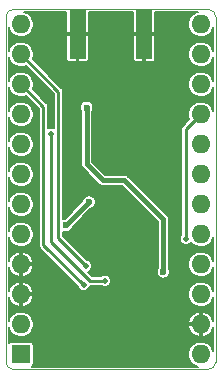
<source format=gbr>
%TF.GenerationSoftware,KiCad,Pcbnew,5.1.5-52549c5~84~ubuntu19.04.1*%
%TF.CreationDate,2020-02-22T14:57:01+00:00*%
%TF.ProjectId,ProMicro_SX1276,50726f4d-6963-4726-9f5f-535831323736,v1.0*%
%TF.SameCoordinates,Original*%
%TF.FileFunction,Copper,L2,Bot*%
%TF.FilePolarity,Positive*%
%FSLAX45Y45*%
G04 Gerber Fmt 4.5, Leading zero omitted, Abs format (unit mm)*
G04 Created by KiCad (PCBNEW 5.1.5-52549c5~84~ubuntu19.04.1) date 2020-02-22 14:57:01*
%MOMM*%
%LPD*%
G04 APERTURE LIST*
%ADD10C,0.100000*%
%ADD11R,1.350000X4.200000*%
%ADD12O,1.600000X1.600000*%
%ADD13R,1.600000X1.600000*%
%ADD14C,0.600000*%
%ADD15C,0.500000*%
%ADD16C,0.450000*%
%ADD17C,0.400000*%
%ADD18C,0.250000*%
%ADD19C,0.150000*%
G04 APERTURE END LIST*
D10*
X18923000Y-8826500D02*
G75*
G02X18986500Y-8763000I63500J0D01*
G01*
X20637500Y-8763000D02*
G75*
G02X20701000Y-8826500I0J-63500D01*
G01*
X18986500Y-8763000D02*
X20637500Y-8763000D01*
X20701000Y-11747500D02*
G75*
G02X20637500Y-11811000I-63500J0D01*
G01*
X18986500Y-11811000D02*
G75*
G02X18923000Y-11747500I0J63500D01*
G01*
X18923000Y-11747500D02*
X18923000Y-8826500D01*
X20637500Y-11811000D02*
X18986500Y-11811000D01*
X20701000Y-8826500D02*
X20701000Y-11747500D01*
D11*
X19529500Y-8973500D03*
X20094500Y-8973500D03*
D12*
X20574000Y-11684000D03*
X20574000Y-11430000D03*
X20574000Y-11176000D03*
X19050000Y-8890000D03*
X20574000Y-10922000D03*
X19050000Y-9144000D03*
X20574000Y-10668000D03*
X19050000Y-9398000D03*
X20574000Y-10414000D03*
X19050000Y-9652000D03*
X20574000Y-10160000D03*
X19050000Y-9906000D03*
X20574000Y-9906000D03*
X19050000Y-10160000D03*
X20574000Y-9652000D03*
X19050000Y-10414000D03*
X20574000Y-9398000D03*
X19050000Y-10668000D03*
X20574000Y-9144000D03*
X19050000Y-10922000D03*
X20574000Y-8890000D03*
X19050000Y-11176000D03*
X19050000Y-11430000D03*
D13*
X19050000Y-11684000D03*
D14*
X20383500Y-11303000D03*
X19240500Y-11430000D03*
X20447000Y-11557000D03*
X20320000Y-11684000D03*
X20193000Y-11430000D03*
X20002500Y-11430000D03*
X19812000Y-11430000D03*
X19621500Y-11430000D03*
X19304000Y-11684000D03*
X20510500Y-10795000D03*
X19812000Y-9690100D03*
D15*
X19939000Y-9855200D03*
D14*
X19939000Y-9690100D03*
X20281900Y-9575800D03*
X20281900Y-9461500D03*
X20281900Y-9334500D03*
X20383500Y-10864850D03*
D16*
X19875500Y-10287000D03*
X20103622Y-10284938D03*
D15*
X19431000Y-10363200D03*
D14*
X19697700Y-9690100D03*
X19685000Y-9207500D03*
X19939000Y-9207500D03*
X20281900Y-9207500D03*
X20281900Y-9067800D03*
X19151600Y-11303000D03*
X19304000Y-9017000D03*
X19177000Y-10287000D03*
X19177000Y-10033000D03*
X19494500Y-9525000D03*
X19304000Y-9271000D03*
X19431000Y-10160000D03*
X19716750Y-9461500D03*
D16*
X19776440Y-10287000D03*
D14*
X19621500Y-11303000D03*
X19812000Y-11303000D03*
X20002500Y-11303000D03*
X19812000Y-10541000D03*
X19812000Y-10795000D03*
X20066000Y-10795000D03*
X20066000Y-10541000D03*
X19177000Y-10541000D03*
X19431000Y-11430000D03*
X20243800Y-9791700D03*
X19558000Y-10160000D03*
X19240500Y-9461500D03*
X19177000Y-9779000D03*
X20294600Y-11277600D03*
X20180300Y-11277600D03*
D16*
X20002500Y-10287000D03*
D14*
X20256500Y-10985500D03*
X19606260Y-9594850D03*
X19431000Y-10591800D03*
X19627850Y-10394950D03*
D16*
X19743180Y-10208500D03*
D15*
X20447000Y-10706100D03*
X19602450Y-10934700D03*
X19580841Y-11097241D03*
X19761200Y-11061700D03*
X19304000Y-9817100D03*
D17*
X20002500Y-10287000D02*
X20193000Y-10477500D01*
X20256500Y-10541000D02*
X20193000Y-10477500D01*
X20256500Y-10985500D02*
X20256500Y-10541000D01*
X19431000Y-10591800D02*
X19627850Y-10394950D01*
X19743180Y-10208500D02*
X19924000Y-10208500D01*
X19924000Y-10208500D02*
X19942810Y-10227310D01*
X20002500Y-10287000D02*
X19942810Y-10227310D01*
X19606260Y-10071580D02*
X19606260Y-9594850D01*
X19743180Y-10208500D02*
X19606260Y-10071580D01*
D18*
X20447000Y-9779000D02*
X20447000Y-10706100D01*
X20574000Y-9652000D02*
X20447000Y-9779000D01*
X19577450Y-10909700D02*
X19602450Y-10934700D01*
X19367500Y-10699750D02*
X19577450Y-10909700D01*
X19050000Y-9144000D02*
X19367500Y-9461500D01*
X19367500Y-9461500D02*
X19367500Y-10699750D01*
X19050000Y-9398000D02*
X19240500Y-9588500D01*
X19240500Y-9588500D02*
X19240500Y-10756900D01*
X19240500Y-10756900D02*
X19580841Y-11097241D01*
X19761200Y-11061700D02*
X19634200Y-11061700D01*
X19634200Y-11061700D02*
X19304000Y-10731500D01*
X19304000Y-10731500D02*
X19304000Y-9817100D01*
D19*
G36*
X19434208Y-8965900D02*
G01*
X19521900Y-8965900D01*
X19521900Y-8965900D01*
X19624792Y-8965900D01*
X19624792Y-8785400D01*
X19999208Y-8785400D01*
X19999208Y-8965900D01*
X20086900Y-8965900D01*
X20086900Y-8965900D01*
X20189792Y-8965900D01*
X20189792Y-8785400D01*
X20549523Y-8785400D01*
X20536724Y-8788686D01*
X20517113Y-8798251D01*
X20499826Y-8811564D01*
X20485570Y-8828080D01*
X20474925Y-8847126D01*
X20468328Y-8867924D01*
X20466047Y-8889623D01*
X20468176Y-8911338D01*
X20474628Y-8932181D01*
X20485139Y-8951301D01*
X20499281Y-8967917D01*
X20516474Y-8981350D01*
X20536017Y-8991051D01*
X20557112Y-8996625D01*
X20578897Y-8997843D01*
X20600482Y-8994655D01*
X20620985Y-8987193D01*
X20639569Y-8975760D01*
X20655474Y-8960824D01*
X20668051Y-8942995D01*
X20676786Y-8923001D01*
X20678600Y-8914467D01*
X20678600Y-9119445D01*
X20677014Y-9111717D01*
X20668419Y-9091663D01*
X20655966Y-9073747D01*
X20640166Y-9058700D01*
X20621662Y-9047138D01*
X20601212Y-9039532D01*
X20579650Y-9036194D01*
X20557857Y-9037260D01*
X20536724Y-9042686D01*
X20517113Y-9052251D01*
X20499826Y-9065564D01*
X20485570Y-9082080D01*
X20474925Y-9101126D01*
X20468328Y-9121924D01*
X20466047Y-9143623D01*
X20468176Y-9165338D01*
X20474628Y-9186181D01*
X20485139Y-9205301D01*
X20499281Y-9221917D01*
X20516474Y-9235350D01*
X20536017Y-9245051D01*
X20557112Y-9250625D01*
X20578897Y-9251843D01*
X20600482Y-9248655D01*
X20620985Y-9241193D01*
X20639569Y-9229760D01*
X20655474Y-9214824D01*
X20668051Y-9196995D01*
X20676786Y-9177001D01*
X20678600Y-9168467D01*
X20678600Y-9373445D01*
X20677014Y-9365717D01*
X20668419Y-9345663D01*
X20655966Y-9327747D01*
X20640166Y-9312700D01*
X20621662Y-9301138D01*
X20601212Y-9293532D01*
X20579650Y-9290194D01*
X20557857Y-9291260D01*
X20536724Y-9296686D01*
X20517113Y-9306251D01*
X20499826Y-9319564D01*
X20485570Y-9336080D01*
X20474925Y-9355126D01*
X20468328Y-9375924D01*
X20466047Y-9397623D01*
X20468176Y-9419338D01*
X20474628Y-9440181D01*
X20485139Y-9459301D01*
X20499281Y-9475917D01*
X20516474Y-9489350D01*
X20536017Y-9499051D01*
X20557112Y-9504625D01*
X20578897Y-9505843D01*
X20600482Y-9502655D01*
X20620985Y-9495193D01*
X20639569Y-9483760D01*
X20655474Y-9468824D01*
X20668051Y-9450995D01*
X20676786Y-9431001D01*
X20678600Y-9422467D01*
X20678600Y-9627445D01*
X20677014Y-9619717D01*
X20668419Y-9599663D01*
X20655966Y-9581747D01*
X20640166Y-9566700D01*
X20621662Y-9555138D01*
X20601212Y-9547532D01*
X20579650Y-9544194D01*
X20557857Y-9545260D01*
X20536724Y-9550686D01*
X20517113Y-9560251D01*
X20499826Y-9573564D01*
X20485570Y-9590080D01*
X20474925Y-9609126D01*
X20468328Y-9629924D01*
X20466047Y-9651623D01*
X20468176Y-9673338D01*
X20474628Y-9694181D01*
X20474899Y-9694674D01*
X20419526Y-9750047D01*
X20413695Y-9755298D01*
X20412570Y-9758758D01*
X20408918Y-9764382D01*
X20406265Y-9781135D01*
X20407100Y-9784253D01*
X20407100Y-10671142D01*
X20397488Y-10686347D01*
X20393697Y-10705495D01*
X20397053Y-10724725D01*
X20407107Y-10741457D01*
X20422510Y-10753448D01*
X20441197Y-10759090D01*
X20460662Y-10757626D01*
X20478295Y-10749253D01*
X20490856Y-10736017D01*
X20499281Y-10745917D01*
X20516474Y-10759350D01*
X20536017Y-10769051D01*
X20557112Y-10774625D01*
X20578897Y-10775843D01*
X20600482Y-10772655D01*
X20620985Y-10765193D01*
X20639569Y-10753760D01*
X20655474Y-10738824D01*
X20668051Y-10720995D01*
X20676786Y-10701001D01*
X20678600Y-10692467D01*
X20678600Y-10897445D01*
X20677014Y-10889717D01*
X20668419Y-10869663D01*
X20655966Y-10851747D01*
X20640166Y-10836700D01*
X20621662Y-10825138D01*
X20601212Y-10817532D01*
X20579650Y-10814194D01*
X20557857Y-10815260D01*
X20536724Y-10820686D01*
X20517113Y-10830251D01*
X20499826Y-10843564D01*
X20485570Y-10860080D01*
X20474925Y-10879126D01*
X20468328Y-10899924D01*
X20466047Y-10921623D01*
X20468176Y-10943338D01*
X20474628Y-10964181D01*
X20485139Y-10983301D01*
X20499281Y-10999917D01*
X20516474Y-11013350D01*
X20536017Y-11023051D01*
X20557112Y-11028625D01*
X20578897Y-11029843D01*
X20600482Y-11026655D01*
X20620985Y-11019193D01*
X20639569Y-11007760D01*
X20655474Y-10992824D01*
X20668051Y-10974995D01*
X20676786Y-10955001D01*
X20678600Y-10946466D01*
X20678600Y-11151445D01*
X20677014Y-11143717D01*
X20668419Y-11123663D01*
X20655966Y-11105747D01*
X20640166Y-11090700D01*
X20621662Y-11079138D01*
X20601212Y-11071532D01*
X20579650Y-11068194D01*
X20557857Y-11069260D01*
X20536724Y-11074686D01*
X20517113Y-11084251D01*
X20499826Y-11097564D01*
X20485570Y-11114080D01*
X20474925Y-11133126D01*
X20468328Y-11153924D01*
X20466047Y-11175623D01*
X20468176Y-11197338D01*
X20474628Y-11218181D01*
X20485139Y-11237301D01*
X20499281Y-11253917D01*
X20516474Y-11267350D01*
X20536017Y-11277051D01*
X20557112Y-11282625D01*
X20578897Y-11283843D01*
X20600482Y-11280655D01*
X20620985Y-11273193D01*
X20639569Y-11261760D01*
X20655474Y-11246824D01*
X20668051Y-11228995D01*
X20676786Y-11209001D01*
X20678600Y-11200466D01*
X20678600Y-11405445D01*
X20677014Y-11397717D01*
X20668419Y-11377663D01*
X20655966Y-11359746D01*
X20640166Y-11344700D01*
X20621662Y-11333137D01*
X20601212Y-11325532D01*
X20581600Y-11322496D01*
X20581600Y-11537443D01*
X20600482Y-11534655D01*
X20620985Y-11527193D01*
X20639569Y-11515760D01*
X20655474Y-11500824D01*
X20668051Y-11482995D01*
X20676786Y-11463001D01*
X20678600Y-11454466D01*
X20678600Y-11659445D01*
X20677014Y-11651717D01*
X20668419Y-11631663D01*
X20655966Y-11613746D01*
X20640166Y-11598700D01*
X20621662Y-11587137D01*
X20601212Y-11579532D01*
X20579650Y-11576194D01*
X20557857Y-11577260D01*
X20536724Y-11582686D01*
X20517113Y-11592251D01*
X20499826Y-11605563D01*
X20485570Y-11622080D01*
X20474925Y-11641126D01*
X20468328Y-11661924D01*
X20466047Y-11683623D01*
X20468176Y-11705338D01*
X20474628Y-11726181D01*
X20485139Y-11745301D01*
X20499281Y-11761917D01*
X20516474Y-11775350D01*
X20536017Y-11785051D01*
X20549449Y-11788600D01*
X19142502Y-11788600D01*
X19149754Y-11783754D01*
X19155810Y-11774691D01*
X19157792Y-11764729D01*
X19157792Y-11603271D01*
X19155810Y-11593309D01*
X19149754Y-11584246D01*
X19140691Y-11578190D01*
X19130729Y-11576208D01*
X18969271Y-11576208D01*
X18959309Y-11578190D01*
X18950246Y-11584246D01*
X18945400Y-11591498D01*
X18945400Y-11455292D01*
X18950628Y-11472181D01*
X18961139Y-11491301D01*
X18975281Y-11507917D01*
X18992474Y-11521350D01*
X19012017Y-11531051D01*
X19033112Y-11536625D01*
X19054897Y-11537843D01*
X19076482Y-11534655D01*
X19096985Y-11527193D01*
X19115569Y-11515760D01*
X19131474Y-11500824D01*
X19144051Y-11482995D01*
X19152786Y-11463001D01*
X19157325Y-11441646D01*
X19157339Y-11437600D01*
X20466829Y-11437600D01*
X20468176Y-11451338D01*
X20474628Y-11472181D01*
X20485139Y-11491301D01*
X20499281Y-11507917D01*
X20516474Y-11521350D01*
X20536017Y-11531051D01*
X20557112Y-11536625D01*
X20566400Y-11537144D01*
X20566400Y-11437600D01*
X20466829Y-11437600D01*
X19157339Y-11437600D01*
X19157392Y-11422400D01*
X20466806Y-11422400D01*
X20566400Y-11422400D01*
X20566400Y-11322841D01*
X20557857Y-11323260D01*
X20536724Y-11328686D01*
X20517113Y-11338251D01*
X20499826Y-11351563D01*
X20485570Y-11368080D01*
X20474925Y-11387126D01*
X20468328Y-11407924D01*
X20466806Y-11422400D01*
X19157392Y-11422400D01*
X19157404Y-11419103D01*
X19153014Y-11397717D01*
X19144419Y-11377663D01*
X19131966Y-11359746D01*
X19116166Y-11344700D01*
X19097662Y-11333137D01*
X19077212Y-11325532D01*
X19055650Y-11322194D01*
X19033857Y-11323260D01*
X19012724Y-11328686D01*
X18993113Y-11338251D01*
X18975826Y-11351563D01*
X18961570Y-11368080D01*
X18950925Y-11387126D01*
X18945400Y-11404543D01*
X18945400Y-11201292D01*
X18950628Y-11218181D01*
X18961139Y-11237301D01*
X18975281Y-11253917D01*
X18992474Y-11267350D01*
X19012017Y-11277051D01*
X19033112Y-11282625D01*
X19042400Y-11283144D01*
X19042400Y-11183600D01*
X19057600Y-11183600D01*
X19057600Y-11283443D01*
X19076482Y-11280655D01*
X19096985Y-11273193D01*
X19115569Y-11261760D01*
X19131474Y-11246824D01*
X19144051Y-11228995D01*
X19152786Y-11209001D01*
X19158185Y-11183600D01*
X19057600Y-11183600D01*
X19042400Y-11183600D01*
X19042400Y-11168400D01*
X19057600Y-11168400D01*
X19158080Y-11168400D01*
X19153014Y-11143717D01*
X19144419Y-11123663D01*
X19131966Y-11105747D01*
X19116166Y-11090700D01*
X19097662Y-11079138D01*
X19077212Y-11071532D01*
X19057600Y-11068496D01*
X19057600Y-11168400D01*
X19042400Y-11168400D01*
X19042400Y-11068841D01*
X19033857Y-11069260D01*
X19012724Y-11074686D01*
X18993113Y-11084251D01*
X18975826Y-11097564D01*
X18961570Y-11114080D01*
X18950925Y-11133126D01*
X18945400Y-11150543D01*
X18945400Y-10947292D01*
X18950628Y-10964181D01*
X18961139Y-10983301D01*
X18975281Y-10999917D01*
X18992474Y-11013350D01*
X19012017Y-11023051D01*
X19033112Y-11028625D01*
X19042400Y-11029144D01*
X19042400Y-10929600D01*
X19057600Y-10929600D01*
X19057600Y-11029443D01*
X19076482Y-11026655D01*
X19096985Y-11019193D01*
X19115569Y-11007760D01*
X19131474Y-10992824D01*
X19144051Y-10974995D01*
X19152786Y-10955001D01*
X19158185Y-10929600D01*
X19057600Y-10929600D01*
X19042400Y-10929600D01*
X19042400Y-10914400D01*
X19057600Y-10914400D01*
X19158080Y-10914400D01*
X19153014Y-10889717D01*
X19144419Y-10869663D01*
X19131966Y-10851747D01*
X19116166Y-10836700D01*
X19097662Y-10825138D01*
X19077212Y-10817532D01*
X19057600Y-10814496D01*
X19057600Y-10914400D01*
X19042400Y-10914400D01*
X19042400Y-10814841D01*
X19033857Y-10815260D01*
X19012724Y-10820686D01*
X18993113Y-10830251D01*
X18975826Y-10843564D01*
X18961570Y-10860080D01*
X18950925Y-10879126D01*
X18945400Y-10896543D01*
X18945400Y-10693292D01*
X18950628Y-10710181D01*
X18961139Y-10729301D01*
X18975281Y-10745917D01*
X18992474Y-10759350D01*
X19012017Y-10769051D01*
X19033112Y-10774625D01*
X19054897Y-10775843D01*
X19076482Y-10772655D01*
X19096985Y-10765193D01*
X19115569Y-10753760D01*
X19131474Y-10738824D01*
X19144051Y-10720995D01*
X19152786Y-10701001D01*
X19157325Y-10679646D01*
X19157404Y-10657103D01*
X19153014Y-10635717D01*
X19144419Y-10615663D01*
X19131966Y-10597747D01*
X19116166Y-10582700D01*
X19097662Y-10571138D01*
X19077212Y-10563532D01*
X19055650Y-10560194D01*
X19033857Y-10561260D01*
X19012724Y-10566686D01*
X18993113Y-10576251D01*
X18975826Y-10589564D01*
X18961570Y-10606080D01*
X18950925Y-10625126D01*
X18945400Y-10642543D01*
X18945400Y-10439292D01*
X18950628Y-10456181D01*
X18961139Y-10475301D01*
X18975281Y-10491917D01*
X18992474Y-10505350D01*
X19012017Y-10515051D01*
X19033112Y-10520625D01*
X19054897Y-10521843D01*
X19076482Y-10518655D01*
X19096985Y-10511193D01*
X19115569Y-10499760D01*
X19131474Y-10484824D01*
X19144051Y-10466995D01*
X19152786Y-10447001D01*
X19157325Y-10425646D01*
X19157404Y-10403103D01*
X19153014Y-10381717D01*
X19144419Y-10361663D01*
X19131966Y-10343747D01*
X19116166Y-10328700D01*
X19097662Y-10317138D01*
X19077212Y-10309532D01*
X19055650Y-10306194D01*
X19033857Y-10307260D01*
X19012724Y-10312686D01*
X18993113Y-10322251D01*
X18975826Y-10335564D01*
X18961570Y-10352080D01*
X18950925Y-10371126D01*
X18945400Y-10388543D01*
X18945400Y-10185292D01*
X18950628Y-10202181D01*
X18961139Y-10221301D01*
X18975281Y-10237917D01*
X18992474Y-10251350D01*
X19012017Y-10261051D01*
X19033112Y-10266625D01*
X19054897Y-10267843D01*
X19076482Y-10264655D01*
X19096985Y-10257193D01*
X19115569Y-10245760D01*
X19131474Y-10230824D01*
X19144051Y-10212995D01*
X19152786Y-10193001D01*
X19157325Y-10171646D01*
X19157404Y-10149103D01*
X19153014Y-10127717D01*
X19144419Y-10107663D01*
X19131966Y-10089747D01*
X19116166Y-10074700D01*
X19097662Y-10063138D01*
X19077212Y-10055532D01*
X19055650Y-10052194D01*
X19033857Y-10053260D01*
X19012724Y-10058686D01*
X18993113Y-10068251D01*
X18975826Y-10081564D01*
X18961570Y-10098080D01*
X18950925Y-10117126D01*
X18945400Y-10134543D01*
X18945400Y-9931292D01*
X18950628Y-9948181D01*
X18961139Y-9967301D01*
X18975281Y-9983917D01*
X18992474Y-9997350D01*
X19012017Y-10007051D01*
X19033112Y-10012625D01*
X19054897Y-10013843D01*
X19076482Y-10010655D01*
X19096985Y-10003193D01*
X19115569Y-9991760D01*
X19131474Y-9976824D01*
X19144051Y-9958995D01*
X19152786Y-9939001D01*
X19157325Y-9917646D01*
X19157404Y-9895103D01*
X19153014Y-9873717D01*
X19144419Y-9853663D01*
X19131966Y-9835747D01*
X19116166Y-9820700D01*
X19097662Y-9809138D01*
X19077212Y-9801532D01*
X19055650Y-9798194D01*
X19033857Y-9799260D01*
X19012724Y-9804686D01*
X18993113Y-9814251D01*
X18975826Y-9827564D01*
X18961570Y-9844080D01*
X18950925Y-9863126D01*
X18945400Y-9880543D01*
X18945400Y-9677292D01*
X18950628Y-9694181D01*
X18961139Y-9713301D01*
X18975281Y-9729917D01*
X18992474Y-9743350D01*
X19012017Y-9753051D01*
X19033112Y-9758625D01*
X19054897Y-9759843D01*
X19076482Y-9756655D01*
X19096985Y-9749193D01*
X19115569Y-9737760D01*
X19131474Y-9722824D01*
X19144051Y-9704995D01*
X19152786Y-9685001D01*
X19157325Y-9663646D01*
X19157404Y-9641103D01*
X19153014Y-9619717D01*
X19144419Y-9599663D01*
X19131966Y-9581747D01*
X19116166Y-9566700D01*
X19097662Y-9555138D01*
X19077212Y-9547532D01*
X19055650Y-9544194D01*
X19033857Y-9545260D01*
X19012724Y-9550686D01*
X18993113Y-9560251D01*
X18975826Y-9573564D01*
X18961570Y-9590080D01*
X18950925Y-9609126D01*
X18945400Y-9626543D01*
X18945400Y-9423292D01*
X18950628Y-9440181D01*
X18961139Y-9459301D01*
X18975281Y-9475917D01*
X18992474Y-9489350D01*
X19012017Y-9499051D01*
X19033112Y-9504625D01*
X19054897Y-9505843D01*
X19076482Y-9502655D01*
X19092425Y-9496852D01*
X19200600Y-9605027D01*
X19200600Y-10755855D01*
X19200190Y-10763691D01*
X19201841Y-10766932D01*
X19203235Y-10773491D01*
X19213205Y-10787214D01*
X19216001Y-10788828D01*
X19528326Y-11101153D01*
X19530893Y-11115865D01*
X19540947Y-11132598D01*
X19556350Y-11144588D01*
X19575037Y-11150230D01*
X19594503Y-11148767D01*
X19612136Y-11140394D01*
X19625573Y-11126234D01*
X19633028Y-11108147D01*
X19633098Y-11101923D01*
X19636335Y-11102435D01*
X19639453Y-11101600D01*
X19727142Y-11101600D01*
X19736710Y-11109048D01*
X19755397Y-11114690D01*
X19774862Y-11113226D01*
X19792495Y-11104853D01*
X19805932Y-11090694D01*
X19813387Y-11072606D01*
X19813621Y-11051981D01*
X19806578Y-11033728D01*
X19793466Y-11019268D01*
X19776027Y-11010497D01*
X19756600Y-11008592D01*
X19737790Y-11013809D01*
X19727030Y-11021800D01*
X19650727Y-11021800D01*
X19615220Y-10986293D01*
X19616112Y-10986226D01*
X19633745Y-10977853D01*
X19647182Y-10963694D01*
X19654637Y-10945606D01*
X19654871Y-10924981D01*
X19647828Y-10906728D01*
X19634716Y-10892268D01*
X19617277Y-10883497D01*
X19606630Y-10882453D01*
X19407400Y-10683223D01*
X19407400Y-10644454D01*
X19411065Y-10646570D01*
X19431000Y-10650086D01*
X19450935Y-10646570D01*
X19468465Y-10636449D01*
X19481477Y-10620943D01*
X19488400Y-10601921D01*
X19488400Y-10601434D01*
X19638471Y-10451363D01*
X19647785Y-10449720D01*
X19665315Y-10439599D01*
X19678327Y-10424093D01*
X19685250Y-10405071D01*
X19685250Y-10384829D01*
X19678327Y-10365807D01*
X19665315Y-10350301D01*
X19647785Y-10340180D01*
X19627850Y-10336665D01*
X19607915Y-10340180D01*
X19590385Y-10350301D01*
X19577373Y-10365807D01*
X19570450Y-10384829D01*
X19570450Y-10385316D01*
X19420379Y-10535387D01*
X19411065Y-10537030D01*
X19407400Y-10539146D01*
X19407400Y-9584729D01*
X19548860Y-9584729D01*
X19548860Y-9604971D01*
X19555783Y-9623993D01*
X19558860Y-9627660D01*
X19558860Y-10066912D01*
X19557931Y-10071580D01*
X19561279Y-10088411D01*
X19561610Y-10090074D01*
X19572086Y-10105754D01*
X19576045Y-10108398D01*
X19698225Y-10230579D01*
X19705190Y-10242170D01*
X19719858Y-10253589D01*
X19737654Y-10258962D01*
X19756190Y-10257568D01*
X19759703Y-10255900D01*
X19904366Y-10255900D01*
X19906508Y-10258041D01*
X19957545Y-10309079D01*
X19964510Y-10320670D01*
X19979178Y-10332089D01*
X19981151Y-10332684D01*
X20162787Y-10514321D01*
X20162787Y-10514321D01*
X20209100Y-10560634D01*
X20209100Y-10952691D01*
X20206023Y-10956357D01*
X20199100Y-10975379D01*
X20199100Y-10995621D01*
X20206023Y-11014643D01*
X20219035Y-11030149D01*
X20236565Y-11040270D01*
X20256500Y-11043786D01*
X20276435Y-11040270D01*
X20293965Y-11030149D01*
X20306977Y-11014643D01*
X20313900Y-10995621D01*
X20313900Y-10975379D01*
X20306977Y-10956357D01*
X20303900Y-10952691D01*
X20303900Y-10545668D01*
X20304829Y-10541000D01*
X20301150Y-10522506D01*
X20295582Y-10514172D01*
X20290674Y-10506827D01*
X20286716Y-10504182D01*
X20229821Y-10447287D01*
X20229821Y-10447287D01*
X20047483Y-10264949D01*
X20045713Y-10260363D01*
X20033227Y-10246592D01*
X20024977Y-10242443D01*
X19973541Y-10191008D01*
X19960818Y-10178285D01*
X19958174Y-10174327D01*
X19942495Y-10163850D01*
X19929383Y-10161242D01*
X19924000Y-10160171D01*
X19919332Y-10161100D01*
X19762814Y-10161100D01*
X19653660Y-10051946D01*
X19653660Y-9627659D01*
X19656737Y-9623993D01*
X19663660Y-9604971D01*
X19663660Y-9584729D01*
X19656737Y-9565707D01*
X19643725Y-9550201D01*
X19626195Y-9540080D01*
X19606260Y-9536565D01*
X19586325Y-9540080D01*
X19568795Y-9550201D01*
X19555783Y-9565707D01*
X19548860Y-9584729D01*
X19407400Y-9584729D01*
X19407400Y-9462544D01*
X19407811Y-9454710D01*
X19406159Y-9451468D01*
X19404765Y-9444909D01*
X19394795Y-9431186D01*
X19392000Y-9429573D01*
X19148725Y-9186298D01*
X19149628Y-9184229D01*
X19434208Y-9184229D01*
X19436190Y-9194191D01*
X19442246Y-9203254D01*
X19451309Y-9209310D01*
X19461271Y-9211292D01*
X19521900Y-9211292D01*
X19537100Y-9211292D01*
X19597729Y-9211292D01*
X19607691Y-9209310D01*
X19616754Y-9203254D01*
X19622810Y-9194191D01*
X19624792Y-9184229D01*
X19999208Y-9184229D01*
X20001190Y-9194191D01*
X20007246Y-9203254D01*
X20016309Y-9209310D01*
X20026271Y-9211292D01*
X20086900Y-9211292D01*
X20102100Y-9211292D01*
X20162729Y-9211292D01*
X20172691Y-9209310D01*
X20181754Y-9203254D01*
X20187810Y-9194191D01*
X20189792Y-9184229D01*
X20189792Y-8981100D01*
X20102100Y-8981100D01*
X20102100Y-9211292D01*
X20086900Y-9211292D01*
X20086900Y-8981100D01*
X19999208Y-8981100D01*
X19999208Y-9184229D01*
X19624792Y-9184229D01*
X19624792Y-8981100D01*
X19537100Y-8981100D01*
X19537100Y-9211292D01*
X19521900Y-9211292D01*
X19521900Y-8981100D01*
X19434208Y-8981100D01*
X19434208Y-9184229D01*
X19149628Y-9184229D01*
X19152786Y-9177001D01*
X19157325Y-9155646D01*
X19157404Y-9133103D01*
X19153014Y-9111717D01*
X19144419Y-9091663D01*
X19131966Y-9073747D01*
X19116166Y-9058700D01*
X19097662Y-9047138D01*
X19077212Y-9039532D01*
X19055650Y-9036194D01*
X19033857Y-9037260D01*
X19012724Y-9042686D01*
X18993113Y-9052251D01*
X18975826Y-9065564D01*
X18961570Y-9082080D01*
X18950925Y-9101126D01*
X18945400Y-9118543D01*
X18945400Y-8915292D01*
X18950628Y-8932181D01*
X18961139Y-8951301D01*
X18975281Y-8967917D01*
X18992474Y-8981350D01*
X19012017Y-8991051D01*
X19033112Y-8996625D01*
X19054897Y-8997843D01*
X19076482Y-8994655D01*
X19096985Y-8987193D01*
X19115569Y-8975760D01*
X19131474Y-8960824D01*
X19144051Y-8942995D01*
X19152786Y-8923001D01*
X19157325Y-8901646D01*
X19157404Y-8879103D01*
X19153014Y-8857717D01*
X19144419Y-8837663D01*
X19131966Y-8819747D01*
X19116166Y-8804700D01*
X19097662Y-8793138D01*
X19077212Y-8785532D01*
X19076359Y-8785400D01*
X19434208Y-8785400D01*
X19434208Y-8965900D01*
G37*
X19434208Y-8965900D02*
X19521900Y-8965900D01*
X19521900Y-8965900D01*
X19624792Y-8965900D01*
X19624792Y-8785400D01*
X19999208Y-8785400D01*
X19999208Y-8965900D01*
X20086900Y-8965900D01*
X20086900Y-8965900D01*
X20189792Y-8965900D01*
X20189792Y-8785400D01*
X20549523Y-8785400D01*
X20536724Y-8788686D01*
X20517113Y-8798251D01*
X20499826Y-8811564D01*
X20485570Y-8828080D01*
X20474925Y-8847126D01*
X20468328Y-8867924D01*
X20466047Y-8889623D01*
X20468176Y-8911338D01*
X20474628Y-8932181D01*
X20485139Y-8951301D01*
X20499281Y-8967917D01*
X20516474Y-8981350D01*
X20536017Y-8991051D01*
X20557112Y-8996625D01*
X20578897Y-8997843D01*
X20600482Y-8994655D01*
X20620985Y-8987193D01*
X20639569Y-8975760D01*
X20655474Y-8960824D01*
X20668051Y-8942995D01*
X20676786Y-8923001D01*
X20678600Y-8914467D01*
X20678600Y-9119445D01*
X20677014Y-9111717D01*
X20668419Y-9091663D01*
X20655966Y-9073747D01*
X20640166Y-9058700D01*
X20621662Y-9047138D01*
X20601212Y-9039532D01*
X20579650Y-9036194D01*
X20557857Y-9037260D01*
X20536724Y-9042686D01*
X20517113Y-9052251D01*
X20499826Y-9065564D01*
X20485570Y-9082080D01*
X20474925Y-9101126D01*
X20468328Y-9121924D01*
X20466047Y-9143623D01*
X20468176Y-9165338D01*
X20474628Y-9186181D01*
X20485139Y-9205301D01*
X20499281Y-9221917D01*
X20516474Y-9235350D01*
X20536017Y-9245051D01*
X20557112Y-9250625D01*
X20578897Y-9251843D01*
X20600482Y-9248655D01*
X20620985Y-9241193D01*
X20639569Y-9229760D01*
X20655474Y-9214824D01*
X20668051Y-9196995D01*
X20676786Y-9177001D01*
X20678600Y-9168467D01*
X20678600Y-9373445D01*
X20677014Y-9365717D01*
X20668419Y-9345663D01*
X20655966Y-9327747D01*
X20640166Y-9312700D01*
X20621662Y-9301138D01*
X20601212Y-9293532D01*
X20579650Y-9290194D01*
X20557857Y-9291260D01*
X20536724Y-9296686D01*
X20517113Y-9306251D01*
X20499826Y-9319564D01*
X20485570Y-9336080D01*
X20474925Y-9355126D01*
X20468328Y-9375924D01*
X20466047Y-9397623D01*
X20468176Y-9419338D01*
X20474628Y-9440181D01*
X20485139Y-9459301D01*
X20499281Y-9475917D01*
X20516474Y-9489350D01*
X20536017Y-9499051D01*
X20557112Y-9504625D01*
X20578897Y-9505843D01*
X20600482Y-9502655D01*
X20620985Y-9495193D01*
X20639569Y-9483760D01*
X20655474Y-9468824D01*
X20668051Y-9450995D01*
X20676786Y-9431001D01*
X20678600Y-9422467D01*
X20678600Y-9627445D01*
X20677014Y-9619717D01*
X20668419Y-9599663D01*
X20655966Y-9581747D01*
X20640166Y-9566700D01*
X20621662Y-9555138D01*
X20601212Y-9547532D01*
X20579650Y-9544194D01*
X20557857Y-9545260D01*
X20536724Y-9550686D01*
X20517113Y-9560251D01*
X20499826Y-9573564D01*
X20485570Y-9590080D01*
X20474925Y-9609126D01*
X20468328Y-9629924D01*
X20466047Y-9651623D01*
X20468176Y-9673338D01*
X20474628Y-9694181D01*
X20474899Y-9694674D01*
X20419526Y-9750047D01*
X20413695Y-9755298D01*
X20412570Y-9758758D01*
X20408918Y-9764382D01*
X20406265Y-9781135D01*
X20407100Y-9784253D01*
X20407100Y-10671142D01*
X20397488Y-10686347D01*
X20393697Y-10705495D01*
X20397053Y-10724725D01*
X20407107Y-10741457D01*
X20422510Y-10753448D01*
X20441197Y-10759090D01*
X20460662Y-10757626D01*
X20478295Y-10749253D01*
X20490856Y-10736017D01*
X20499281Y-10745917D01*
X20516474Y-10759350D01*
X20536017Y-10769051D01*
X20557112Y-10774625D01*
X20578897Y-10775843D01*
X20600482Y-10772655D01*
X20620985Y-10765193D01*
X20639569Y-10753760D01*
X20655474Y-10738824D01*
X20668051Y-10720995D01*
X20676786Y-10701001D01*
X20678600Y-10692467D01*
X20678600Y-10897445D01*
X20677014Y-10889717D01*
X20668419Y-10869663D01*
X20655966Y-10851747D01*
X20640166Y-10836700D01*
X20621662Y-10825138D01*
X20601212Y-10817532D01*
X20579650Y-10814194D01*
X20557857Y-10815260D01*
X20536724Y-10820686D01*
X20517113Y-10830251D01*
X20499826Y-10843564D01*
X20485570Y-10860080D01*
X20474925Y-10879126D01*
X20468328Y-10899924D01*
X20466047Y-10921623D01*
X20468176Y-10943338D01*
X20474628Y-10964181D01*
X20485139Y-10983301D01*
X20499281Y-10999917D01*
X20516474Y-11013350D01*
X20536017Y-11023051D01*
X20557112Y-11028625D01*
X20578897Y-11029843D01*
X20600482Y-11026655D01*
X20620985Y-11019193D01*
X20639569Y-11007760D01*
X20655474Y-10992824D01*
X20668051Y-10974995D01*
X20676786Y-10955001D01*
X20678600Y-10946466D01*
X20678600Y-11151445D01*
X20677014Y-11143717D01*
X20668419Y-11123663D01*
X20655966Y-11105747D01*
X20640166Y-11090700D01*
X20621662Y-11079138D01*
X20601212Y-11071532D01*
X20579650Y-11068194D01*
X20557857Y-11069260D01*
X20536724Y-11074686D01*
X20517113Y-11084251D01*
X20499826Y-11097564D01*
X20485570Y-11114080D01*
X20474925Y-11133126D01*
X20468328Y-11153924D01*
X20466047Y-11175623D01*
X20468176Y-11197338D01*
X20474628Y-11218181D01*
X20485139Y-11237301D01*
X20499281Y-11253917D01*
X20516474Y-11267350D01*
X20536017Y-11277051D01*
X20557112Y-11282625D01*
X20578897Y-11283843D01*
X20600482Y-11280655D01*
X20620985Y-11273193D01*
X20639569Y-11261760D01*
X20655474Y-11246824D01*
X20668051Y-11228995D01*
X20676786Y-11209001D01*
X20678600Y-11200466D01*
X20678600Y-11405445D01*
X20677014Y-11397717D01*
X20668419Y-11377663D01*
X20655966Y-11359746D01*
X20640166Y-11344700D01*
X20621662Y-11333137D01*
X20601212Y-11325532D01*
X20581600Y-11322496D01*
X20581600Y-11537443D01*
X20600482Y-11534655D01*
X20620985Y-11527193D01*
X20639569Y-11515760D01*
X20655474Y-11500824D01*
X20668051Y-11482995D01*
X20676786Y-11463001D01*
X20678600Y-11454466D01*
X20678600Y-11659445D01*
X20677014Y-11651717D01*
X20668419Y-11631663D01*
X20655966Y-11613746D01*
X20640166Y-11598700D01*
X20621662Y-11587137D01*
X20601212Y-11579532D01*
X20579650Y-11576194D01*
X20557857Y-11577260D01*
X20536724Y-11582686D01*
X20517113Y-11592251D01*
X20499826Y-11605563D01*
X20485570Y-11622080D01*
X20474925Y-11641126D01*
X20468328Y-11661924D01*
X20466047Y-11683623D01*
X20468176Y-11705338D01*
X20474628Y-11726181D01*
X20485139Y-11745301D01*
X20499281Y-11761917D01*
X20516474Y-11775350D01*
X20536017Y-11785051D01*
X20549449Y-11788600D01*
X19142502Y-11788600D01*
X19149754Y-11783754D01*
X19155810Y-11774691D01*
X19157792Y-11764729D01*
X19157792Y-11603271D01*
X19155810Y-11593309D01*
X19149754Y-11584246D01*
X19140691Y-11578190D01*
X19130729Y-11576208D01*
X18969271Y-11576208D01*
X18959309Y-11578190D01*
X18950246Y-11584246D01*
X18945400Y-11591498D01*
X18945400Y-11455292D01*
X18950628Y-11472181D01*
X18961139Y-11491301D01*
X18975281Y-11507917D01*
X18992474Y-11521350D01*
X19012017Y-11531051D01*
X19033112Y-11536625D01*
X19054897Y-11537843D01*
X19076482Y-11534655D01*
X19096985Y-11527193D01*
X19115569Y-11515760D01*
X19131474Y-11500824D01*
X19144051Y-11482995D01*
X19152786Y-11463001D01*
X19157325Y-11441646D01*
X19157339Y-11437600D01*
X20466829Y-11437600D01*
X20468176Y-11451338D01*
X20474628Y-11472181D01*
X20485139Y-11491301D01*
X20499281Y-11507917D01*
X20516474Y-11521350D01*
X20536017Y-11531051D01*
X20557112Y-11536625D01*
X20566400Y-11537144D01*
X20566400Y-11437600D01*
X20466829Y-11437600D01*
X19157339Y-11437600D01*
X19157392Y-11422400D01*
X20466806Y-11422400D01*
X20566400Y-11422400D01*
X20566400Y-11322841D01*
X20557857Y-11323260D01*
X20536724Y-11328686D01*
X20517113Y-11338251D01*
X20499826Y-11351563D01*
X20485570Y-11368080D01*
X20474925Y-11387126D01*
X20468328Y-11407924D01*
X20466806Y-11422400D01*
X19157392Y-11422400D01*
X19157404Y-11419103D01*
X19153014Y-11397717D01*
X19144419Y-11377663D01*
X19131966Y-11359746D01*
X19116166Y-11344700D01*
X19097662Y-11333137D01*
X19077212Y-11325532D01*
X19055650Y-11322194D01*
X19033857Y-11323260D01*
X19012724Y-11328686D01*
X18993113Y-11338251D01*
X18975826Y-11351563D01*
X18961570Y-11368080D01*
X18950925Y-11387126D01*
X18945400Y-11404543D01*
X18945400Y-11201292D01*
X18950628Y-11218181D01*
X18961139Y-11237301D01*
X18975281Y-11253917D01*
X18992474Y-11267350D01*
X19012017Y-11277051D01*
X19033112Y-11282625D01*
X19042400Y-11283144D01*
X19042400Y-11183600D01*
X19057600Y-11183600D01*
X19057600Y-11283443D01*
X19076482Y-11280655D01*
X19096985Y-11273193D01*
X19115569Y-11261760D01*
X19131474Y-11246824D01*
X19144051Y-11228995D01*
X19152786Y-11209001D01*
X19158185Y-11183600D01*
X19057600Y-11183600D01*
X19042400Y-11183600D01*
X19042400Y-11168400D01*
X19057600Y-11168400D01*
X19158080Y-11168400D01*
X19153014Y-11143717D01*
X19144419Y-11123663D01*
X19131966Y-11105747D01*
X19116166Y-11090700D01*
X19097662Y-11079138D01*
X19077212Y-11071532D01*
X19057600Y-11068496D01*
X19057600Y-11168400D01*
X19042400Y-11168400D01*
X19042400Y-11068841D01*
X19033857Y-11069260D01*
X19012724Y-11074686D01*
X18993113Y-11084251D01*
X18975826Y-11097564D01*
X18961570Y-11114080D01*
X18950925Y-11133126D01*
X18945400Y-11150543D01*
X18945400Y-10947292D01*
X18950628Y-10964181D01*
X18961139Y-10983301D01*
X18975281Y-10999917D01*
X18992474Y-11013350D01*
X19012017Y-11023051D01*
X19033112Y-11028625D01*
X19042400Y-11029144D01*
X19042400Y-10929600D01*
X19057600Y-10929600D01*
X19057600Y-11029443D01*
X19076482Y-11026655D01*
X19096985Y-11019193D01*
X19115569Y-11007760D01*
X19131474Y-10992824D01*
X19144051Y-10974995D01*
X19152786Y-10955001D01*
X19158185Y-10929600D01*
X19057600Y-10929600D01*
X19042400Y-10929600D01*
X19042400Y-10914400D01*
X19057600Y-10914400D01*
X19158080Y-10914400D01*
X19153014Y-10889717D01*
X19144419Y-10869663D01*
X19131966Y-10851747D01*
X19116166Y-10836700D01*
X19097662Y-10825138D01*
X19077212Y-10817532D01*
X19057600Y-10814496D01*
X19057600Y-10914400D01*
X19042400Y-10914400D01*
X19042400Y-10814841D01*
X19033857Y-10815260D01*
X19012724Y-10820686D01*
X18993113Y-10830251D01*
X18975826Y-10843564D01*
X18961570Y-10860080D01*
X18950925Y-10879126D01*
X18945400Y-10896543D01*
X18945400Y-10693292D01*
X18950628Y-10710181D01*
X18961139Y-10729301D01*
X18975281Y-10745917D01*
X18992474Y-10759350D01*
X19012017Y-10769051D01*
X19033112Y-10774625D01*
X19054897Y-10775843D01*
X19076482Y-10772655D01*
X19096985Y-10765193D01*
X19115569Y-10753760D01*
X19131474Y-10738824D01*
X19144051Y-10720995D01*
X19152786Y-10701001D01*
X19157325Y-10679646D01*
X19157404Y-10657103D01*
X19153014Y-10635717D01*
X19144419Y-10615663D01*
X19131966Y-10597747D01*
X19116166Y-10582700D01*
X19097662Y-10571138D01*
X19077212Y-10563532D01*
X19055650Y-10560194D01*
X19033857Y-10561260D01*
X19012724Y-10566686D01*
X18993113Y-10576251D01*
X18975826Y-10589564D01*
X18961570Y-10606080D01*
X18950925Y-10625126D01*
X18945400Y-10642543D01*
X18945400Y-10439292D01*
X18950628Y-10456181D01*
X18961139Y-10475301D01*
X18975281Y-10491917D01*
X18992474Y-10505350D01*
X19012017Y-10515051D01*
X19033112Y-10520625D01*
X19054897Y-10521843D01*
X19076482Y-10518655D01*
X19096985Y-10511193D01*
X19115569Y-10499760D01*
X19131474Y-10484824D01*
X19144051Y-10466995D01*
X19152786Y-10447001D01*
X19157325Y-10425646D01*
X19157404Y-10403103D01*
X19153014Y-10381717D01*
X19144419Y-10361663D01*
X19131966Y-10343747D01*
X19116166Y-10328700D01*
X19097662Y-10317138D01*
X19077212Y-10309532D01*
X19055650Y-10306194D01*
X19033857Y-10307260D01*
X19012724Y-10312686D01*
X18993113Y-10322251D01*
X18975826Y-10335564D01*
X18961570Y-10352080D01*
X18950925Y-10371126D01*
X18945400Y-10388543D01*
X18945400Y-10185292D01*
X18950628Y-10202181D01*
X18961139Y-10221301D01*
X18975281Y-10237917D01*
X18992474Y-10251350D01*
X19012017Y-10261051D01*
X19033112Y-10266625D01*
X19054897Y-10267843D01*
X19076482Y-10264655D01*
X19096985Y-10257193D01*
X19115569Y-10245760D01*
X19131474Y-10230824D01*
X19144051Y-10212995D01*
X19152786Y-10193001D01*
X19157325Y-10171646D01*
X19157404Y-10149103D01*
X19153014Y-10127717D01*
X19144419Y-10107663D01*
X19131966Y-10089747D01*
X19116166Y-10074700D01*
X19097662Y-10063138D01*
X19077212Y-10055532D01*
X19055650Y-10052194D01*
X19033857Y-10053260D01*
X19012724Y-10058686D01*
X18993113Y-10068251D01*
X18975826Y-10081564D01*
X18961570Y-10098080D01*
X18950925Y-10117126D01*
X18945400Y-10134543D01*
X18945400Y-9931292D01*
X18950628Y-9948181D01*
X18961139Y-9967301D01*
X18975281Y-9983917D01*
X18992474Y-9997350D01*
X19012017Y-10007051D01*
X19033112Y-10012625D01*
X19054897Y-10013843D01*
X19076482Y-10010655D01*
X19096985Y-10003193D01*
X19115569Y-9991760D01*
X19131474Y-9976824D01*
X19144051Y-9958995D01*
X19152786Y-9939001D01*
X19157325Y-9917646D01*
X19157404Y-9895103D01*
X19153014Y-9873717D01*
X19144419Y-9853663D01*
X19131966Y-9835747D01*
X19116166Y-9820700D01*
X19097662Y-9809138D01*
X19077212Y-9801532D01*
X19055650Y-9798194D01*
X19033857Y-9799260D01*
X19012724Y-9804686D01*
X18993113Y-9814251D01*
X18975826Y-9827564D01*
X18961570Y-9844080D01*
X18950925Y-9863126D01*
X18945400Y-9880543D01*
X18945400Y-9677292D01*
X18950628Y-9694181D01*
X18961139Y-9713301D01*
X18975281Y-9729917D01*
X18992474Y-9743350D01*
X19012017Y-9753051D01*
X19033112Y-9758625D01*
X19054897Y-9759843D01*
X19076482Y-9756655D01*
X19096985Y-9749193D01*
X19115569Y-9737760D01*
X19131474Y-9722824D01*
X19144051Y-9704995D01*
X19152786Y-9685001D01*
X19157325Y-9663646D01*
X19157404Y-9641103D01*
X19153014Y-9619717D01*
X19144419Y-9599663D01*
X19131966Y-9581747D01*
X19116166Y-9566700D01*
X19097662Y-9555138D01*
X19077212Y-9547532D01*
X19055650Y-9544194D01*
X19033857Y-9545260D01*
X19012724Y-9550686D01*
X18993113Y-9560251D01*
X18975826Y-9573564D01*
X18961570Y-9590080D01*
X18950925Y-9609126D01*
X18945400Y-9626543D01*
X18945400Y-9423292D01*
X18950628Y-9440181D01*
X18961139Y-9459301D01*
X18975281Y-9475917D01*
X18992474Y-9489350D01*
X19012017Y-9499051D01*
X19033112Y-9504625D01*
X19054897Y-9505843D01*
X19076482Y-9502655D01*
X19092425Y-9496852D01*
X19200600Y-9605027D01*
X19200600Y-10755855D01*
X19200190Y-10763691D01*
X19201841Y-10766932D01*
X19203235Y-10773491D01*
X19213205Y-10787214D01*
X19216001Y-10788828D01*
X19528326Y-11101153D01*
X19530893Y-11115865D01*
X19540947Y-11132598D01*
X19556350Y-11144588D01*
X19575037Y-11150230D01*
X19594503Y-11148767D01*
X19612136Y-11140394D01*
X19625573Y-11126234D01*
X19633028Y-11108147D01*
X19633098Y-11101923D01*
X19636335Y-11102435D01*
X19639453Y-11101600D01*
X19727142Y-11101600D01*
X19736710Y-11109048D01*
X19755397Y-11114690D01*
X19774862Y-11113226D01*
X19792495Y-11104853D01*
X19805932Y-11090694D01*
X19813387Y-11072606D01*
X19813621Y-11051981D01*
X19806578Y-11033728D01*
X19793466Y-11019268D01*
X19776027Y-11010497D01*
X19756600Y-11008592D01*
X19737790Y-11013809D01*
X19727030Y-11021800D01*
X19650727Y-11021800D01*
X19615220Y-10986293D01*
X19616112Y-10986226D01*
X19633745Y-10977853D01*
X19647182Y-10963694D01*
X19654637Y-10945606D01*
X19654871Y-10924981D01*
X19647828Y-10906728D01*
X19634716Y-10892268D01*
X19617277Y-10883497D01*
X19606630Y-10882453D01*
X19407400Y-10683223D01*
X19407400Y-10644454D01*
X19411065Y-10646570D01*
X19431000Y-10650086D01*
X19450935Y-10646570D01*
X19468465Y-10636449D01*
X19481477Y-10620943D01*
X19488400Y-10601921D01*
X19488400Y-10601434D01*
X19638471Y-10451363D01*
X19647785Y-10449720D01*
X19665315Y-10439599D01*
X19678327Y-10424093D01*
X19685250Y-10405071D01*
X19685250Y-10384829D01*
X19678327Y-10365807D01*
X19665315Y-10350301D01*
X19647785Y-10340180D01*
X19627850Y-10336665D01*
X19607915Y-10340180D01*
X19590385Y-10350301D01*
X19577373Y-10365807D01*
X19570450Y-10384829D01*
X19570450Y-10385316D01*
X19420379Y-10535387D01*
X19411065Y-10537030D01*
X19407400Y-10539146D01*
X19407400Y-9584729D01*
X19548860Y-9584729D01*
X19548860Y-9604971D01*
X19555783Y-9623993D01*
X19558860Y-9627660D01*
X19558860Y-10066912D01*
X19557931Y-10071580D01*
X19561279Y-10088411D01*
X19561610Y-10090074D01*
X19572086Y-10105754D01*
X19576045Y-10108398D01*
X19698225Y-10230579D01*
X19705190Y-10242170D01*
X19719858Y-10253589D01*
X19737654Y-10258962D01*
X19756190Y-10257568D01*
X19759703Y-10255900D01*
X19904366Y-10255900D01*
X19906508Y-10258041D01*
X19957545Y-10309079D01*
X19964510Y-10320670D01*
X19979178Y-10332089D01*
X19981151Y-10332684D01*
X20162787Y-10514321D01*
X20162787Y-10514321D01*
X20209100Y-10560634D01*
X20209100Y-10952691D01*
X20206023Y-10956357D01*
X20199100Y-10975379D01*
X20199100Y-10995621D01*
X20206023Y-11014643D01*
X20219035Y-11030149D01*
X20236565Y-11040270D01*
X20256500Y-11043786D01*
X20276435Y-11040270D01*
X20293965Y-11030149D01*
X20306977Y-11014643D01*
X20313900Y-10995621D01*
X20313900Y-10975379D01*
X20306977Y-10956357D01*
X20303900Y-10952691D01*
X20303900Y-10545668D01*
X20304829Y-10541000D01*
X20301150Y-10522506D01*
X20295582Y-10514172D01*
X20290674Y-10506827D01*
X20286716Y-10504182D01*
X20229821Y-10447287D01*
X20229821Y-10447287D01*
X20047483Y-10264949D01*
X20045713Y-10260363D01*
X20033227Y-10246592D01*
X20024977Y-10242443D01*
X19973541Y-10191008D01*
X19960818Y-10178285D01*
X19958174Y-10174327D01*
X19942495Y-10163850D01*
X19929383Y-10161242D01*
X19924000Y-10160171D01*
X19919332Y-10161100D01*
X19762814Y-10161100D01*
X19653660Y-10051946D01*
X19653660Y-9627659D01*
X19656737Y-9623993D01*
X19663660Y-9604971D01*
X19663660Y-9584729D01*
X19656737Y-9565707D01*
X19643725Y-9550201D01*
X19626195Y-9540080D01*
X19606260Y-9536565D01*
X19586325Y-9540080D01*
X19568795Y-9550201D01*
X19555783Y-9565707D01*
X19548860Y-9584729D01*
X19407400Y-9584729D01*
X19407400Y-9462544D01*
X19407811Y-9454710D01*
X19406159Y-9451468D01*
X19404765Y-9444909D01*
X19394795Y-9431186D01*
X19392000Y-9429573D01*
X19148725Y-9186298D01*
X19149628Y-9184229D01*
X19434208Y-9184229D01*
X19436190Y-9194191D01*
X19442246Y-9203254D01*
X19451309Y-9209310D01*
X19461271Y-9211292D01*
X19521900Y-9211292D01*
X19537100Y-9211292D01*
X19597729Y-9211292D01*
X19607691Y-9209310D01*
X19616754Y-9203254D01*
X19622810Y-9194191D01*
X19624792Y-9184229D01*
X19999208Y-9184229D01*
X20001190Y-9194191D01*
X20007246Y-9203254D01*
X20016309Y-9209310D01*
X20026271Y-9211292D01*
X20086900Y-9211292D01*
X20102100Y-9211292D01*
X20162729Y-9211292D01*
X20172691Y-9209310D01*
X20181754Y-9203254D01*
X20187810Y-9194191D01*
X20189792Y-9184229D01*
X20189792Y-8981100D01*
X20102100Y-8981100D01*
X20102100Y-9211292D01*
X20086900Y-9211292D01*
X20086900Y-8981100D01*
X19999208Y-8981100D01*
X19999208Y-9184229D01*
X19624792Y-9184229D01*
X19624792Y-8981100D01*
X19537100Y-8981100D01*
X19537100Y-9211292D01*
X19521900Y-9211292D01*
X19521900Y-8981100D01*
X19434208Y-8981100D01*
X19434208Y-9184229D01*
X19149628Y-9184229D01*
X19152786Y-9177001D01*
X19157325Y-9155646D01*
X19157404Y-9133103D01*
X19153014Y-9111717D01*
X19144419Y-9091663D01*
X19131966Y-9073747D01*
X19116166Y-9058700D01*
X19097662Y-9047138D01*
X19077212Y-9039532D01*
X19055650Y-9036194D01*
X19033857Y-9037260D01*
X19012724Y-9042686D01*
X18993113Y-9052251D01*
X18975826Y-9065564D01*
X18961570Y-9082080D01*
X18950925Y-9101126D01*
X18945400Y-9118543D01*
X18945400Y-8915292D01*
X18950628Y-8932181D01*
X18961139Y-8951301D01*
X18975281Y-8967917D01*
X18992474Y-8981350D01*
X19012017Y-8991051D01*
X19033112Y-8996625D01*
X19054897Y-8997843D01*
X19076482Y-8994655D01*
X19096985Y-8987193D01*
X19115569Y-8975760D01*
X19131474Y-8960824D01*
X19144051Y-8942995D01*
X19152786Y-8923001D01*
X19157325Y-8901646D01*
X19157404Y-8879103D01*
X19153014Y-8857717D01*
X19144419Y-8837663D01*
X19131966Y-8819747D01*
X19116166Y-8804700D01*
X19097662Y-8793138D01*
X19077212Y-8785532D01*
X19076359Y-8785400D01*
X19434208Y-8785400D01*
X19434208Y-8965900D01*
G36*
X18950628Y-9186181D02*
G01*
X18961139Y-9205301D01*
X18975281Y-9221917D01*
X18992474Y-9235350D01*
X19012017Y-9245051D01*
X19033112Y-9250625D01*
X19054897Y-9251843D01*
X19076482Y-9248655D01*
X19092425Y-9242852D01*
X19327600Y-9478027D01*
X19327600Y-9770309D01*
X19318827Y-9765897D01*
X19299400Y-9763992D01*
X19280590Y-9769209D01*
X19280400Y-9769350D01*
X19280400Y-9589544D01*
X19280811Y-9581710D01*
X19279159Y-9578468D01*
X19277765Y-9571909D01*
X19267795Y-9558186D01*
X19265000Y-9556572D01*
X19148725Y-9440298D01*
X19152786Y-9431001D01*
X19157325Y-9409646D01*
X19157404Y-9387103D01*
X19153014Y-9365717D01*
X19144419Y-9345663D01*
X19131966Y-9327747D01*
X19116166Y-9312700D01*
X19097662Y-9301138D01*
X19077212Y-9293532D01*
X19055650Y-9290194D01*
X19033857Y-9291260D01*
X19012724Y-9296686D01*
X18993113Y-9306251D01*
X18975826Y-9319564D01*
X18961570Y-9336080D01*
X18950925Y-9355126D01*
X18945400Y-9372543D01*
X18945400Y-9169292D01*
X18950628Y-9186181D01*
G37*
X18950628Y-9186181D02*
X18961139Y-9205301D01*
X18975281Y-9221917D01*
X18992474Y-9235350D01*
X19012017Y-9245051D01*
X19033112Y-9250625D01*
X19054897Y-9251843D01*
X19076482Y-9248655D01*
X19092425Y-9242852D01*
X19327600Y-9478027D01*
X19327600Y-9770309D01*
X19318827Y-9765897D01*
X19299400Y-9763992D01*
X19280590Y-9769209D01*
X19280400Y-9769350D01*
X19280400Y-9589544D01*
X19280811Y-9581710D01*
X19279159Y-9578468D01*
X19277765Y-9571909D01*
X19267795Y-9558186D01*
X19265000Y-9556572D01*
X19148725Y-9440298D01*
X19152786Y-9431001D01*
X19157325Y-9409646D01*
X19157404Y-9387103D01*
X19153014Y-9365717D01*
X19144419Y-9345663D01*
X19131966Y-9327747D01*
X19116166Y-9312700D01*
X19097662Y-9301138D01*
X19077212Y-9293532D01*
X19055650Y-9290194D01*
X19033857Y-9291260D01*
X19012724Y-9296686D01*
X18993113Y-9306251D01*
X18975826Y-9319564D01*
X18961570Y-9336080D01*
X18950925Y-9355126D01*
X18945400Y-9372543D01*
X18945400Y-9169292D01*
X18950628Y-9186181D01*
M02*

</source>
